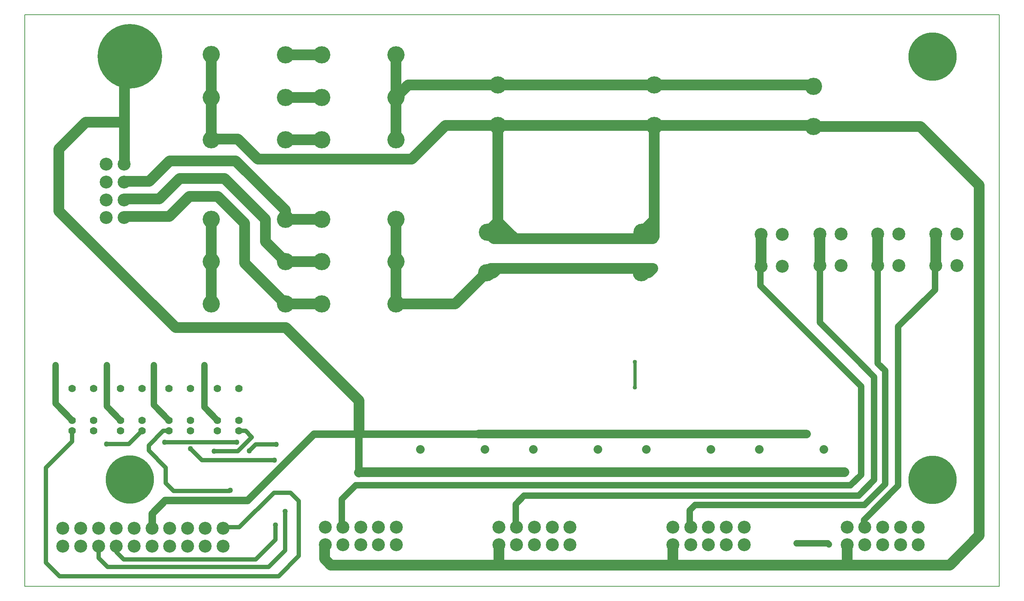
<source format=gbr>
G04 PROTEUS RS274X GERBER FILE*
%FSLAX45Y45*%
%MOMM*%
G01*
%ADD11C,2.540000*%
%ADD12C,2.032000*%
%ADD13C,2.286000*%
%ADD29C,1.778000*%
%ADD10C,0.762000*%
%ADD14C,1.524000*%
%ADD15C,1.016000*%
%ADD16C,1.524000*%
%ADD17C,1.016000*%
%ADD18C,1.270000*%
%ADD19C,1.778000*%
%ADD70C,3.048000*%
%ADD71C,11.430000*%
%ADD20C,15.240000*%
%ADD23C,2.032000*%
%ADD24C,4.064000*%
%ADD25C,3.810000*%
%ADD27C,2.540000*%
%ADD28C,0.203200*%
D11*
X+8760020Y+12551160D02*
X+8760020Y+11551160D01*
X+8760020Y+10551160D01*
X+11170000Y+11840000D02*
X+9048860Y+11840000D01*
X+8760020Y+11551160D01*
X+11170000Y+11840000D02*
X+14860000Y+11840000D01*
X+18613048Y+11840000D01*
X+18615419Y+11837629D01*
X+6153980Y+12551160D02*
X+7010020Y+12551160D01*
X+6153980Y+11551160D02*
X+7010020Y+11551160D01*
X+6153980Y+10551160D02*
X+7010020Y+10551160D01*
X+11170000Y+10890000D02*
X+14860000Y+10890000D01*
X+18610000Y+10890000D01*
X+4403980Y+12551160D02*
X+4403980Y+11551160D01*
X+4403980Y+10551160D01*
X+18765540Y+8325240D02*
X+18765540Y+7575240D01*
X+20135540Y+8325240D02*
X+20135540Y+7575240D01*
X+21505540Y+8325240D02*
X+21505540Y+7575240D01*
X+2356240Y+12010000D02*
X+2356240Y+12051613D01*
X+2330672Y+12077181D01*
X+6153980Y+8671160D02*
X+7010020Y+8671160D01*
X+6153980Y+7671160D02*
X+7010020Y+7671160D01*
X+6153980Y+6671160D02*
X+7010020Y+6671160D01*
X+8760020Y+8671160D02*
X+8760020Y+7671160D01*
X+8760020Y+6671160D01*
X+4403980Y+8671160D02*
X+4403980Y+7671160D01*
X+4403980Y+6671160D01*
X+11170000Y+10890000D02*
X+9930000Y+10890000D01*
X+9130000Y+10090000D01*
X+5503121Y+10090000D01*
X+5027869Y+10565252D01*
X+4418072Y+10565252D01*
X+4403980Y+10551160D01*
X+2356240Y+9563760D02*
X+2933760Y+9563760D01*
X+3420000Y+10050000D01*
X+4980667Y+10050000D01*
X+6127358Y+8903309D01*
X+6153980Y+8876687D01*
X+6153980Y+8671160D01*
X+10900000Y+7410000D02*
X+11000000Y+7510000D01*
X+11170000Y+7510000D01*
X+14110000Y+7510000D02*
X+14450000Y+7510000D01*
X+14650000Y+7510000D01*
X+14820000Y+7510000D01*
X+11170000Y+7510000D02*
X+14110000Y+7510000D01*
X+14450000Y+7510000D02*
X+14550000Y+7410000D01*
X+14650000Y+7510000D01*
X+14550000Y+7410000D02*
X+14720000Y+7410000D01*
X+14820000Y+7510000D01*
X+11170000Y+7510000D02*
X+11060000Y+7400000D01*
X+10890000Y+7400000D01*
X+8760020Y+6671160D02*
X+10161160Y+6671160D01*
X+10890000Y+7400000D01*
X+10900000Y+7410000D01*
X+10920000Y+8360000D02*
X+11070000Y+8210000D01*
X+11170000Y+8210000D01*
X+10920000Y+8360000D02*
X+11020000Y+8360000D01*
X+11170000Y+8210000D01*
X+14570000Y+8360000D02*
X+14420000Y+8210000D01*
X+14313263Y+8210000D01*
X+11170000Y+8210000D02*
X+11170000Y+8610000D01*
X+11170000Y+9054364D01*
X+11170000Y+10890000D02*
X+11170000Y+9054364D01*
X+11170000Y+8610000D02*
X+10920000Y+8360000D01*
X+14815000Y+8215000D02*
X+14810000Y+8210000D01*
X+14570000Y+8360000D02*
X+14670000Y+8360000D01*
X+14815000Y+8215000D01*
X+14820000Y+8210000D01*
X+14420000Y+8210000D02*
X+14810000Y+8210000D01*
X+14820000Y+8210000D01*
X+14570000Y+8360000D02*
X+14832711Y+8622711D01*
X+14860000Y+8622711D01*
X+14860000Y+10890000D02*
X+14860000Y+8622711D01*
X+14860000Y+8260000D01*
X+14815000Y+8215000D01*
X+11170000Y+8610000D02*
X+11570000Y+8210000D01*
X+11600000Y+8210000D01*
X+11170000Y+8210000D02*
X+11570000Y+8210000D01*
X+11600000Y+8210000D02*
X+14313263Y+8210000D01*
X+11190000Y+1003760D02*
X+11190000Y+543530D01*
X+11171822Y+525352D01*
X+15300000Y+1003760D02*
X+15300000Y+502389D01*
X+7219325Y+502389D01*
X+7073448Y+648266D01*
X+7073448Y+987208D01*
X+7090000Y+1003760D01*
X+19410000Y+1003760D02*
X+19410000Y+538722D01*
X+19373667Y+502389D01*
X+18620000Y+10860000D02*
X+21140000Y+10860000D01*
X+22530000Y+9470000D01*
X+22530000Y+1199736D01*
X+21832653Y+502389D01*
X+19373667Y+502389D01*
X+15300000Y+502389D01*
D12*
X+18454820Y+3600000D02*
X+16740290Y+3600000D01*
X+15787820Y+3600000D01*
X+14090000Y+3600000D01*
X+13120820Y+3600000D01*
X+11460000Y+3600000D01*
D13*
X+18950000Y+2701219D02*
X+19131219Y+2701219D01*
X+19344231Y+2701219D01*
X+19345059Y+2702047D01*
D29*
X+10710000Y+3600000D02*
X+10453820Y+3600000D01*
D12*
X+11460000Y+3600000D02*
X+10710000Y+3600000D01*
D13*
X+18950000Y+2701219D02*
X+7890587Y+2701219D01*
X+7882480Y+2693112D01*
D29*
X+7882657Y+3600000D02*
X+7923915Y+3600000D01*
X+10453820Y+3600000D02*
X+7923915Y+3600000D01*
D11*
X+2356240Y+10960000D02*
X+1437401Y+10960000D01*
X+802297Y+10324896D01*
X+802297Y+8867703D01*
X+3560000Y+6110000D01*
X+6165867Y+6110000D01*
X+7893244Y+4382623D01*
X+7893244Y+3610587D01*
X+7882657Y+3600000D01*
X+7879427Y+3596770D01*
X+2356240Y+9960000D02*
X+2356240Y+10960000D01*
X+2356240Y+12010000D01*
D29*
X+7879427Y+3596770D02*
X+7879427Y+2712379D01*
X+7890587Y+2701219D01*
D10*
X+14400000Y+4700000D02*
X+14400000Y+5300000D01*
D14*
X+1120000Y+3920000D02*
X+723269Y+4316731D01*
X+723269Y+5219766D01*
X+2263000Y+3920000D02*
X+1933968Y+4249032D01*
X+1933968Y+5219766D01*
X+3406000Y+3920000D02*
X+3045836Y+4280164D01*
X+3045836Y+5224708D01*
X+4549000Y+3920000D02*
X+4236536Y+4232464D01*
X+4236536Y+5220000D01*
D15*
X+6148958Y+1767013D02*
X+6140138Y+1775833D01*
X+3406000Y+3670000D02*
X+3270324Y+3670000D01*
X+2923889Y+3323565D01*
X+2923889Y+3205973D01*
X+3329584Y+2800278D01*
X+3329584Y+2435741D01*
X+3511852Y+2253473D01*
X+4834768Y+2253473D01*
X+4846527Y+2265232D01*
X+5300000Y+3200000D02*
X+5451798Y+3351798D01*
X+5935513Y+3351798D01*
X+4470602Y+3194027D02*
X+5030765Y+3194027D01*
X+5361702Y+3524964D01*
X+5216666Y+3670000D01*
X+5049000Y+3670000D01*
D11*
X+17378700Y+8312540D02*
X+17378700Y+7562540D01*
D14*
X+7486240Y+1400000D02*
X+7486240Y+2055742D01*
X+7814494Y+2383996D01*
X+19492875Y+2383996D01*
X+19740138Y+2631259D01*
X+19740138Y+4722595D01*
X+17359388Y+7103345D01*
X+17359388Y+7543228D01*
X+17378700Y+7562540D01*
X+11586240Y+1400000D02*
X+11586240Y+1939320D01*
X+11788140Y+2141220D01*
X+19681005Y+2141220D01*
X+20051251Y+2511466D01*
X+20051251Y+4945818D01*
X+19614713Y+5382356D01*
X+18765540Y+6231529D01*
X+18765540Y+7575240D01*
X+18221960Y+1010920D02*
X+18959080Y+1010920D01*
X+18980000Y+990000D01*
X+15696240Y+1400000D02*
X+15696240Y+1793672D01*
X+15823819Y+1921251D01*
X+19816356Y+1921251D01*
X+20307410Y+2412305D01*
X+20307410Y+5096623D01*
X+20135540Y+5268493D01*
X+20135540Y+7575240D01*
X+19806240Y+1400000D02*
X+19806240Y+1566234D01*
X+20616128Y+2376122D01*
X+20616128Y+6133533D01*
X+21487509Y+7004914D01*
X+21487509Y+7557209D01*
X+21505540Y+7575240D01*
D15*
X+1929398Y+3364398D02*
X+2457398Y+3364398D01*
X+2763000Y+3670000D01*
X+5000000Y+3400000D02*
X+3300000Y+3400000D01*
X+1120000Y+3670000D02*
X+1120000Y+3420000D01*
X+500000Y+2800000D01*
X+500000Y+561928D01*
X+822153Y+239775D01*
X+5991275Y+239775D01*
X+6470310Y+718810D01*
X+6470310Y+2011092D01*
X+6269784Y+2211618D01*
X+5879873Y+2211618D01*
X+5064495Y+1396240D01*
X+4660000Y+1396240D01*
X+2170000Y+980000D02*
X+2170000Y+800554D01*
X+2335277Y+635277D01*
X+5453441Y+635277D01*
X+5919891Y+1101727D01*
X+5919891Y+1448625D01*
X+5892396Y+2977462D02*
X+4181520Y+2977462D01*
X+3906158Y+3252824D01*
X+1740000Y+980000D02*
X+1740000Y+667917D01*
X+1954895Y+453022D01*
X+5752189Y+453022D01*
X+6148958Y+849791D01*
X+6148958Y+1767013D01*
D29*
X+3000000Y+1370000D02*
X+3000000Y+1719067D01*
X+3308097Y+2027164D01*
X+5253943Y+2027164D01*
X+6826779Y+3600000D01*
X+7882657Y+3600000D01*
D11*
X+2340000Y+9130000D02*
X+2373760Y+9150000D01*
X+3170759Y+9150000D01*
X+3653286Y+9632527D01*
X+4717473Y+9632527D01*
X+5680000Y+8670000D01*
X+5680000Y+8145140D01*
X+6153980Y+7671160D01*
X+2340000Y+8710000D02*
X+2387520Y+8740000D01*
X+3413457Y+8740000D01*
X+3883975Y+9210518D01*
X+4552718Y+9210518D01*
X+5190786Y+8572450D01*
X+5190786Y+7634354D01*
X+6153980Y+6671160D01*
D16*
X+2356240Y+12010000D03*
X+2640000Y+13020000D03*
X+2980000Y+12370000D03*
X+1980000Y+12670000D03*
X+2250000Y+12990000D03*
X+2770000Y+12090000D03*
X+2930000Y+12780000D03*
X+2040000Y+12240000D03*
X+13120820Y+3600000D03*
X+10453820Y+3600000D03*
X+15787820Y+3600000D03*
D17*
X+14400000Y+5300000D03*
X+14400000Y+4700000D03*
X+723269Y+5219766D03*
X+1933968Y+5219766D03*
X+3045836Y+5224708D03*
X+4236536Y+5220000D03*
D18*
X+3906000Y+3252982D03*
X+3299814Y+3399814D03*
X+4470602Y+3194027D03*
X+4846527Y+2265232D03*
X+5935513Y+3351798D03*
X+5300000Y+3200000D03*
X+18221960Y+1010920D03*
X+18980000Y+990000D03*
X+1929398Y+3364398D03*
X+5000000Y+3400000D03*
X+5919891Y+1448625D03*
X+5892396Y+2977462D03*
X+6148958Y+1767013D03*
D16*
X+11370000Y+3600000D03*
X+7882480Y+2693112D03*
X+11982480Y+2692639D03*
X+14090000Y+3600000D03*
X+16092480Y+2682863D03*
X+16740290Y+3600000D03*
X+19131219Y+2701219D03*
X+18454820Y+3600000D03*
D19*
X+1620000Y+3920000D03*
X+1120000Y+3920000D03*
X+1620000Y+4670000D03*
X+1120000Y+4670000D03*
X+1620000Y+3670000D03*
X+1120000Y+3670000D03*
X+2763000Y+3920000D03*
X+2263000Y+3920000D03*
X+2763000Y+4670000D03*
X+2263000Y+4670000D03*
X+2763000Y+3670000D03*
X+2263000Y+3670000D03*
X+3906000Y+3920000D03*
X+3406000Y+3920000D03*
X+3906000Y+4670000D03*
X+3406000Y+4670000D03*
X+3906000Y+3670000D03*
X+3406000Y+3670000D03*
X+5049000Y+3920000D03*
X+4549000Y+3920000D03*
X+5049000Y+4670000D03*
X+4549000Y+4670000D03*
X+5049000Y+3670000D03*
X+4549000Y+3670000D03*
D70*
X+900000Y+1370000D03*
X+900000Y+950000D03*
X+1320000Y+1370000D03*
X+1320000Y+950000D03*
X+1740000Y+1370000D03*
X+1740000Y+950000D03*
X+2160000Y+1370000D03*
X+2160000Y+950000D03*
X+2580000Y+1370000D03*
X+2580000Y+950000D03*
X+3000000Y+1370000D03*
X+3000000Y+950000D03*
X+3420000Y+1370000D03*
X+3420000Y+950000D03*
X+3840000Y+1370000D03*
X+3840000Y+950000D03*
X+4260000Y+1370000D03*
X+4260000Y+950000D03*
X+4680000Y+1370000D03*
X+4680000Y+950000D03*
X+7090000Y+1400000D03*
X+7090000Y+980000D03*
X+7510000Y+1400000D03*
X+7510000Y+980000D03*
X+7930000Y+1400000D03*
X+7930000Y+980000D03*
X+8350000Y+1400000D03*
X+8350000Y+980000D03*
X+8770000Y+1400000D03*
X+8770000Y+980000D03*
X+11190000Y+1400000D03*
X+11190000Y+980000D03*
X+11610000Y+1400000D03*
X+11610000Y+980000D03*
X+12030000Y+1400000D03*
X+12030000Y+980000D03*
X+12450000Y+1400000D03*
X+12450000Y+980000D03*
X+12870000Y+1400000D03*
X+12870000Y+980000D03*
X+15300000Y+1400000D03*
X+15300000Y+980000D03*
X+15720000Y+1400000D03*
X+15720000Y+980000D03*
X+16140000Y+1400000D03*
X+16140000Y+980000D03*
X+16560000Y+1400000D03*
X+16560000Y+980000D03*
X+16980000Y+1400000D03*
X+16980000Y+980000D03*
X+19410000Y+1400000D03*
X+19410000Y+980000D03*
X+19830000Y+1400000D03*
X+19830000Y+980000D03*
X+20250000Y+1400000D03*
X+20250000Y+980000D03*
X+20670000Y+1400000D03*
X+20670000Y+980000D03*
X+21090000Y+1400000D03*
X+21090000Y+980000D03*
X+1920000Y+9970000D03*
X+2340000Y+9550000D03*
X+1920000Y+9550000D03*
X+2340000Y+9130000D03*
X+1920000Y+9130000D03*
X+2340000Y+8710000D03*
X+1920000Y+8710000D03*
X+2340000Y+9970000D03*
D71*
X+2480000Y+2520000D03*
X+21430000Y+2510000D03*
X+21430000Y+12509980D03*
D20*
X+2480000Y+12519980D03*
D23*
X+9340000Y+3230000D03*
X+10864000Y+3230000D03*
X+12007000Y+3230000D03*
X+13531000Y+3230000D03*
X+14674000Y+3230000D03*
X+16198000Y+3230000D03*
X+17341000Y+3230000D03*
X+18865000Y+3230000D03*
D24*
X+7010020Y+6671160D03*
X+8760020Y+6671160D03*
X+4403980Y+6671160D03*
X+6153980Y+6671160D03*
X+7010020Y+7671160D03*
X+8760020Y+7671160D03*
X+4403980Y+7671160D03*
X+6153980Y+7671160D03*
X+7010020Y+8671160D03*
X+8760020Y+8671160D03*
X+4403980Y+8671160D03*
X+6153980Y+8671160D03*
X+7010020Y+10551160D03*
X+8760020Y+10551160D03*
X+4403980Y+10551160D03*
X+6153980Y+10551160D03*
X+7010020Y+11551160D03*
X+8760020Y+11551160D03*
X+4403980Y+11551160D03*
X+6153980Y+11551160D03*
X+7010020Y+12551160D03*
X+8760020Y+12551160D03*
D25*
X+4403980Y+12551160D03*
D24*
X+6153980Y+12551160D03*
D70*
X+19265920Y+7575240D03*
X+18765540Y+7575240D03*
X+18765540Y+8325240D03*
X+19265540Y+8325240D03*
X+20635920Y+7575240D03*
X+20135540Y+7575240D03*
X+20135540Y+8325240D03*
X+20635540Y+8325240D03*
X+22005920Y+7575240D03*
X+21505540Y+7575240D03*
X+21505540Y+8325240D03*
X+22005540Y+8325240D03*
D24*
X+11170000Y+11840000D03*
X+11170000Y+10890000D03*
D27*
X+11170000Y+7510000D03*
X+11170000Y+8210000D03*
D24*
X+14860000Y+11840000D03*
X+14860000Y+10890000D03*
X+18620000Y+11810000D03*
X+18620000Y+10860000D03*
X+10920000Y+8360000D03*
X+10900000Y+7410000D03*
D27*
X+14820000Y+7510000D03*
X+14820000Y+8210000D03*
D24*
X+14570000Y+8360000D03*
X+14550000Y+7410000D03*
X+4399280Y+12560300D03*
D70*
X+17879080Y+7562540D03*
X+17378700Y+7562540D03*
X+17378700Y+8312540D03*
X+17878700Y+8312540D03*
D28*
X+0Y+0D02*
X+23000000Y+0D01*
X+23000000Y+13500000D01*
X+0Y+13500000D01*
X+0Y+0D01*
M02*

</source>
